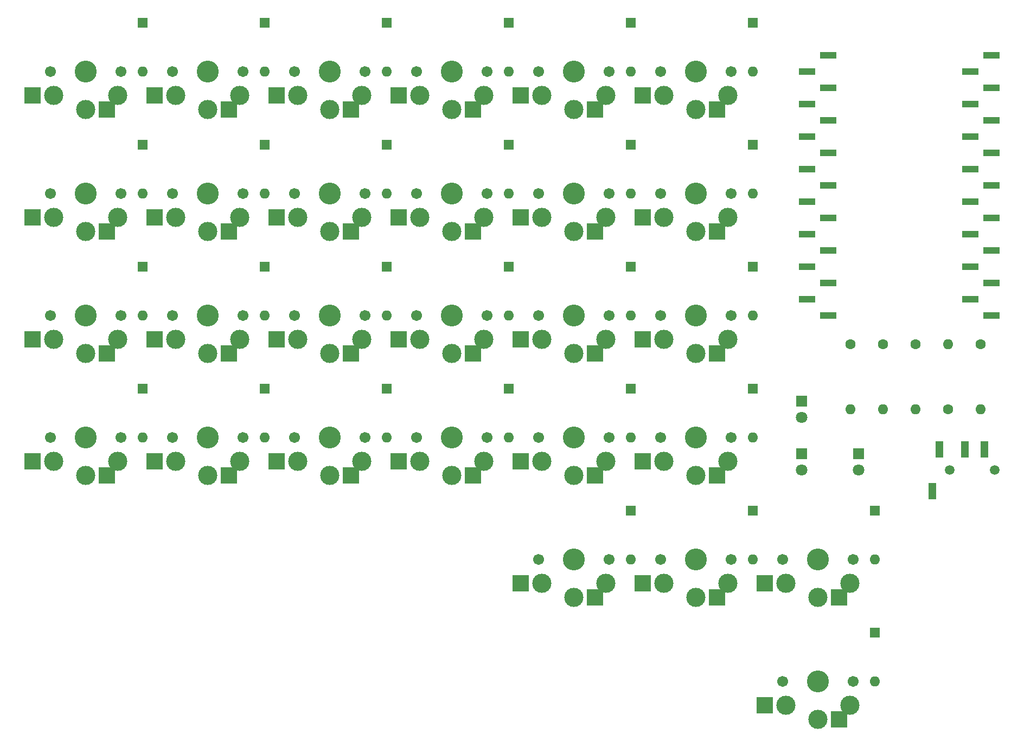
<source format=gbr>
%TF.GenerationSoftware,KiCad,Pcbnew,7.0.9*%
%TF.CreationDate,2024-11-16T13:28:32+01:00*%
%TF.ProjectId,ErgoBoard,4572676f-426f-4617-9264-2e6b69636164,rev?*%
%TF.SameCoordinates,Original*%
%TF.FileFunction,Soldermask,Bot*%
%TF.FilePolarity,Negative*%
%FSLAX46Y46*%
G04 Gerber Fmt 4.6, Leading zero omitted, Abs format (unit mm)*
G04 Created by KiCad (PCBNEW 7.0.9) date 2024-11-16 13:28:32*
%MOMM*%
%LPD*%
G01*
G04 APERTURE LIST*
%ADD10C,1.600000*%
%ADD11O,1.600000X1.600000*%
%ADD12R,1.800000X1.800000*%
%ADD13C,1.800000*%
%ADD14C,1.500000*%
%ADD15R,1.200000X2.500000*%
%ADD16R,2.510000X1.000000*%
%ADD17R,1.600000X1.600000*%
%ADD18C,1.701800*%
%ADD19C,3.000000*%
%ADD20C,3.429000*%
%ADD21R,2.600000X2.600000*%
G04 APERTURE END LIST*
D10*
%TO.C,R4*%
X248920000Y-106045000D03*
D11*
X248920000Y-95885000D03*
%TD*%
%TO.C,R1*%
X233680000Y-106045000D03*
D10*
X233680000Y-95885000D03*
%TD*%
%TO.C,R5*%
X254000000Y-95885000D03*
D11*
X254000000Y-106045000D03*
%TD*%
D10*
%TO.C,R3*%
X243840000Y-95885000D03*
D11*
X243840000Y-106045000D03*
%TD*%
D10*
%TO.C,R2*%
X238760000Y-95885000D03*
D11*
X238760000Y-106045000D03*
%TD*%
D12*
%TO.C,LED3*%
X234950000Y-113030000D03*
D13*
X234950000Y-115570000D03*
%TD*%
D12*
%TO.C,LED2*%
X226060000Y-113030000D03*
D13*
X226060000Y-115570000D03*
%TD*%
D12*
%TO.C,LED1*%
X226060000Y-104775000D03*
D13*
X226060000Y-107315000D03*
%TD*%
D14*
%TO.C,JackR1*%
X249175000Y-115570000D03*
X256175000Y-115570000D03*
D15*
X251575000Y-112320000D03*
X254575000Y-112320000D03*
X246475000Y-118820000D03*
X247575000Y-112320000D03*
%TD*%
D14*
%TO.C,JackL1*%
X249175000Y-115570000D03*
X256175000Y-115570000D03*
%TD*%
D16*
%TO.C,GG12*%
X255685000Y-50800000D03*
X230225000Y-50800000D03*
X252375000Y-53340000D03*
X226915000Y-53340000D03*
X255685000Y-55880000D03*
X230225000Y-55880000D03*
X252375000Y-58420000D03*
X226915000Y-58420000D03*
X255685000Y-60960000D03*
X230225000Y-60960000D03*
X252375000Y-63500000D03*
X226915000Y-63500000D03*
X255685000Y-66040000D03*
X230225000Y-66040000D03*
X252375000Y-68580000D03*
X226915000Y-68580000D03*
X255685000Y-71120000D03*
X230225000Y-71120000D03*
X252375000Y-73660000D03*
X226915000Y-73660000D03*
X255685000Y-76200000D03*
X230225000Y-76200000D03*
X252375000Y-78740000D03*
X226915000Y-78740000D03*
X255685000Y-81280000D03*
X230225000Y-81280000D03*
X252375000Y-83820000D03*
X226915000Y-83820000D03*
X255685000Y-86360000D03*
X230225000Y-86360000D03*
X252375000Y-88900000D03*
X226915000Y-88900000D03*
X255685000Y-91440000D03*
X230225000Y-91440000D03*
%TD*%
D17*
%TO.C,D18*%
X218440000Y-83820000D03*
D11*
X218440000Y-91440000D03*
%TD*%
D17*
%TO.C,D16*%
X180340000Y-83820000D03*
D11*
X180340000Y-91440000D03*
%TD*%
D18*
%TO.C,SW19*%
X108800000Y-110490000D03*
D19*
X109300000Y-114240000D03*
D20*
X114300000Y-110490000D03*
D19*
X114300000Y-116440000D03*
X119300000Y-114240000D03*
D18*
X119800000Y-110490000D03*
D21*
X117575000Y-116440000D03*
X106025000Y-114240000D03*
%TD*%
D17*
%TO.C,D8*%
X142240000Y-64770000D03*
D11*
X142240000Y-72390000D03*
%TD*%
D18*
%TO.C,SW16*%
X165950000Y-91440000D03*
D19*
X166450000Y-95190000D03*
D20*
X171450000Y-91440000D03*
D19*
X171450000Y-97390000D03*
X176450000Y-95190000D03*
D18*
X176950000Y-91440000D03*
D21*
X174725000Y-97390000D03*
X163175000Y-95190000D03*
%TD*%
D17*
%TO.C,D11*%
X199390000Y-64770000D03*
D11*
X199390000Y-72390000D03*
%TD*%
D17*
%TO.C,D23*%
X199390000Y-102870000D03*
D11*
X199390000Y-110490000D03*
%TD*%
D17*
%TO.C,D15*%
X161290000Y-83820000D03*
D11*
X161290000Y-91440000D03*
%TD*%
D17*
%TO.C,D26*%
X218440000Y-121920000D03*
D11*
X218440000Y-129540000D03*
%TD*%
D17*
%TO.C,D21*%
X161290000Y-102870000D03*
D11*
X161290000Y-110490000D03*
%TD*%
D18*
%TO.C,SW2*%
X127850000Y-53340000D03*
D19*
X128350000Y-57090000D03*
D20*
X133350000Y-53340000D03*
D19*
X133350000Y-59290000D03*
X138350000Y-57090000D03*
D18*
X138850000Y-53340000D03*
D21*
X136625000Y-59290000D03*
X125075000Y-57090000D03*
%TD*%
D18*
%TO.C,SW25*%
X185000000Y-129540000D03*
D19*
X185500000Y-133290000D03*
D20*
X190500000Y-129540000D03*
D19*
X190500000Y-135490000D03*
X195500000Y-133290000D03*
D18*
X196000000Y-129540000D03*
D21*
X193775000Y-135490000D03*
X182225000Y-133290000D03*
%TD*%
D18*
%TO.C,SW5*%
X185000000Y-53340000D03*
D19*
X185500000Y-57090000D03*
D20*
X190500000Y-53340000D03*
D19*
X190500000Y-59290000D03*
X195500000Y-57090000D03*
D18*
X196000000Y-53340000D03*
D21*
X193775000Y-59290000D03*
X182225000Y-57090000D03*
%TD*%
D17*
%TO.C,D5*%
X199390000Y-45720000D03*
D11*
X199390000Y-53340000D03*
%TD*%
D18*
%TO.C,SW10*%
X165950000Y-72390000D03*
D19*
X166450000Y-76140000D03*
D20*
X171450000Y-72390000D03*
D19*
X171450000Y-78340000D03*
X176450000Y-76140000D03*
D18*
X176950000Y-72390000D03*
D21*
X174725000Y-78340000D03*
X163175000Y-76140000D03*
%TD*%
D18*
%TO.C,SW12*%
X204050000Y-72390000D03*
D19*
X204550000Y-76140000D03*
D20*
X209550000Y-72390000D03*
D19*
X209550000Y-78340000D03*
X214550000Y-76140000D03*
D18*
X215050000Y-72390000D03*
D21*
X212825000Y-78340000D03*
X201275000Y-76140000D03*
%TD*%
D17*
%TO.C,D28*%
X237490000Y-140970000D03*
D11*
X237490000Y-148590000D03*
%TD*%
D18*
%TO.C,SW3*%
X146900000Y-53340000D03*
D19*
X147400000Y-57090000D03*
D20*
X152400000Y-53340000D03*
D19*
X152400000Y-59290000D03*
X157400000Y-57090000D03*
D18*
X157900000Y-53340000D03*
D21*
X155675000Y-59290000D03*
X144125000Y-57090000D03*
%TD*%
D18*
%TO.C,SW24*%
X204050000Y-110490000D03*
D19*
X204550000Y-114240000D03*
D20*
X209550000Y-110490000D03*
D19*
X209550000Y-116440000D03*
X214550000Y-114240000D03*
D18*
X215050000Y-110490000D03*
D21*
X212825000Y-116440000D03*
X201275000Y-114240000D03*
%TD*%
D17*
%TO.C,D27*%
X237490000Y-121920000D03*
D11*
X237490000Y-129540000D03*
%TD*%
D18*
%TO.C,SW4*%
X165950000Y-53340000D03*
D19*
X166450000Y-57090000D03*
D20*
X171450000Y-53340000D03*
D19*
X171450000Y-59290000D03*
X176450000Y-57090000D03*
D18*
X176950000Y-53340000D03*
D21*
X174725000Y-59290000D03*
X163175000Y-57090000D03*
%TD*%
D18*
%TO.C,SW7*%
X108800000Y-72390000D03*
D19*
X109300000Y-76140000D03*
D20*
X114300000Y-72390000D03*
D19*
X114300000Y-78340000D03*
X119300000Y-76140000D03*
D18*
X119800000Y-72390000D03*
D21*
X117575000Y-78340000D03*
X106025000Y-76140000D03*
%TD*%
D18*
%TO.C,SW23*%
X185000000Y-110490000D03*
D19*
X185500000Y-114240000D03*
D20*
X190500000Y-110490000D03*
D19*
X190500000Y-116440000D03*
X195500000Y-114240000D03*
D18*
X196000000Y-110490000D03*
D21*
X193775000Y-116440000D03*
X182225000Y-114240000D03*
%TD*%
D17*
%TO.C,D4*%
X180340000Y-45720000D03*
D11*
X180340000Y-53340000D03*
%TD*%
D17*
%TO.C,D22*%
X180340000Y-102870000D03*
D11*
X180340000Y-110490000D03*
%TD*%
D18*
%TO.C,SW18*%
X204050000Y-91440000D03*
D19*
X204550000Y-95190000D03*
D20*
X209550000Y-91440000D03*
D19*
X209550000Y-97390000D03*
X214550000Y-95190000D03*
D18*
X215050000Y-91440000D03*
D21*
X212825000Y-97390000D03*
X201275000Y-95190000D03*
%TD*%
D17*
%TO.C,D25*%
X199390000Y-121920000D03*
D11*
X199390000Y-129540000D03*
%TD*%
D17*
%TO.C,D7*%
X123190000Y-64770000D03*
D11*
X123190000Y-72390000D03*
%TD*%
D18*
%TO.C,SW9*%
X146900000Y-72390000D03*
D19*
X147400000Y-76140000D03*
D20*
X152400000Y-72390000D03*
D19*
X152400000Y-78340000D03*
X157400000Y-76140000D03*
D18*
X157900000Y-72390000D03*
D21*
X155675000Y-78340000D03*
X144125000Y-76140000D03*
%TD*%
D18*
%TO.C,SW21*%
X146900000Y-110490000D03*
D19*
X147400000Y-114240000D03*
D20*
X152400000Y-110490000D03*
D19*
X152400000Y-116440000D03*
X157400000Y-114240000D03*
D18*
X157900000Y-110490000D03*
D21*
X155675000Y-116440000D03*
X144125000Y-114240000D03*
%TD*%
D18*
%TO.C,SW11*%
X185000000Y-72390000D03*
D19*
X185500000Y-76140000D03*
D20*
X190500000Y-72390000D03*
D19*
X190500000Y-78340000D03*
X195500000Y-76140000D03*
D18*
X196000000Y-72390000D03*
D21*
X193775000Y-78340000D03*
X182225000Y-76140000D03*
%TD*%
D17*
%TO.C,D13*%
X123190000Y-83820000D03*
D11*
X123190000Y-91440000D03*
%TD*%
D18*
%TO.C,SW6*%
X204050000Y-53340000D03*
D19*
X204550000Y-57090000D03*
D20*
X209550000Y-53340000D03*
D19*
X209550000Y-59290000D03*
X214550000Y-57090000D03*
D18*
X215050000Y-53340000D03*
D21*
X212825000Y-59290000D03*
X201275000Y-57090000D03*
%TD*%
D17*
%TO.C,D17*%
X199390000Y-83820000D03*
D11*
X199390000Y-91440000D03*
%TD*%
D17*
%TO.C,D20*%
X142240000Y-102870000D03*
D11*
X142240000Y-110490000D03*
%TD*%
D17*
%TO.C,D1*%
X123190000Y-45720000D03*
D11*
X123190000Y-53340000D03*
%TD*%
D18*
%TO.C,SW15*%
X146900000Y-91440000D03*
D19*
X147400000Y-95190000D03*
D20*
X152400000Y-91440000D03*
D19*
X152400000Y-97390000D03*
X157400000Y-95190000D03*
D18*
X157900000Y-91440000D03*
D21*
X155675000Y-97390000D03*
X144125000Y-95190000D03*
%TD*%
D17*
%TO.C,D2*%
X142240000Y-45720000D03*
D11*
X142240000Y-53340000D03*
%TD*%
D18*
%TO.C,SW1*%
X108800000Y-53340000D03*
D19*
X109300000Y-57090000D03*
D20*
X114300000Y-53340000D03*
D19*
X114300000Y-59290000D03*
X119300000Y-57090000D03*
D18*
X119800000Y-53340000D03*
D21*
X117575000Y-59290000D03*
X106025000Y-57090000D03*
%TD*%
D18*
%TO.C,SW27*%
X223100000Y-129540000D03*
D19*
X223600000Y-133290000D03*
D20*
X228600000Y-129540000D03*
D19*
X228600000Y-135490000D03*
X233600000Y-133290000D03*
D18*
X234100000Y-129540000D03*
D21*
X231875000Y-135490000D03*
X220325000Y-133290000D03*
%TD*%
D17*
%TO.C,D19*%
X123190000Y-102870000D03*
D11*
X123190000Y-110490000D03*
%TD*%
D17*
%TO.C,D6*%
X218440000Y-45720000D03*
D11*
X218440000Y-53340000D03*
%TD*%
D17*
%TO.C,D9*%
X161290000Y-64770000D03*
D11*
X161290000Y-72390000D03*
%TD*%
D17*
%TO.C,D14*%
X142240000Y-83820000D03*
D11*
X142240000Y-91440000D03*
%TD*%
D18*
%TO.C,SW26*%
X204050000Y-129540000D03*
D19*
X204550000Y-133290000D03*
D20*
X209550000Y-129540000D03*
D19*
X209550000Y-135490000D03*
X214550000Y-133290000D03*
D18*
X215050000Y-129540000D03*
D21*
X212825000Y-135490000D03*
X201275000Y-133290000D03*
%TD*%
D18*
%TO.C,SW28*%
X223100000Y-148590000D03*
D19*
X223600000Y-152340000D03*
D20*
X228600000Y-148590000D03*
D19*
X228600000Y-154540000D03*
X233600000Y-152340000D03*
D18*
X234100000Y-148590000D03*
D21*
X231875000Y-154540000D03*
X220325000Y-152340000D03*
%TD*%
D18*
%TO.C,SW17*%
X185000000Y-91440000D03*
D19*
X185500000Y-95190000D03*
D20*
X190500000Y-91440000D03*
D19*
X190500000Y-97390000D03*
X195500000Y-95190000D03*
D18*
X196000000Y-91440000D03*
D21*
X193775000Y-97390000D03*
X182225000Y-95190000D03*
%TD*%
D17*
%TO.C,D24*%
X218440000Y-102870000D03*
D11*
X218440000Y-110490000D03*
%TD*%
D17*
%TO.C,D12*%
X218440000Y-64770000D03*
D11*
X218440000Y-72390000D03*
%TD*%
D17*
%TO.C,D3*%
X161290000Y-45720000D03*
D11*
X161290000Y-53340000D03*
%TD*%
D17*
%TO.C,D10*%
X180340000Y-64770000D03*
D11*
X180340000Y-72390000D03*
%TD*%
D18*
%TO.C,SW13*%
X108800000Y-91440000D03*
D19*
X109300000Y-95190000D03*
D20*
X114300000Y-91440000D03*
D19*
X114300000Y-97390000D03*
X119300000Y-95190000D03*
D18*
X119800000Y-91440000D03*
D21*
X117575000Y-97390000D03*
X106025000Y-95190000D03*
%TD*%
D18*
%TO.C,SW14*%
X127850000Y-91440000D03*
D19*
X128350000Y-95190000D03*
D20*
X133350000Y-91440000D03*
D19*
X133350000Y-97390000D03*
X138350000Y-95190000D03*
D18*
X138850000Y-91440000D03*
D21*
X136625000Y-97390000D03*
X125075000Y-95190000D03*
%TD*%
D18*
%TO.C,SW8*%
X127850000Y-72390000D03*
D19*
X128350000Y-76140000D03*
D20*
X133350000Y-72390000D03*
D19*
X133350000Y-78340000D03*
X138350000Y-76140000D03*
D18*
X138850000Y-72390000D03*
D21*
X136625000Y-78340000D03*
X125075000Y-76140000D03*
%TD*%
D18*
%TO.C,SW20*%
X127850000Y-110490000D03*
D19*
X128350000Y-114240000D03*
D20*
X133350000Y-110490000D03*
D19*
X133350000Y-116440000D03*
X138350000Y-114240000D03*
D18*
X138850000Y-110490000D03*
D21*
X136625000Y-116440000D03*
X125075000Y-114240000D03*
%TD*%
D18*
%TO.C,SW22*%
X165950000Y-110490000D03*
D19*
X166450000Y-114240000D03*
D20*
X171450000Y-110490000D03*
D19*
X171450000Y-116440000D03*
X176450000Y-114240000D03*
D18*
X176950000Y-110490000D03*
D21*
X174725000Y-116440000D03*
X163175000Y-114240000D03*
%TD*%
M02*

</source>
